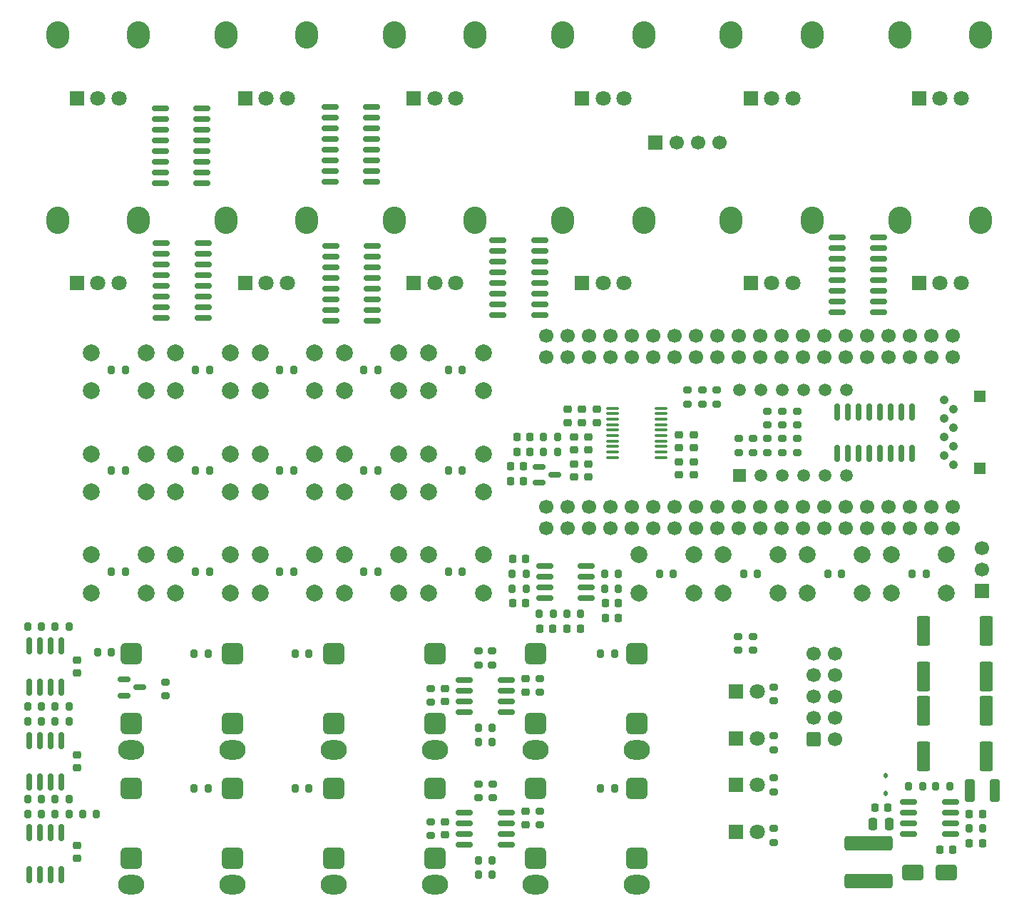
<source format=gbr>
%TF.GenerationSoftware,KiCad,Pcbnew,9.0.1*%
%TF.CreationDate,2025-08-04T13:54:25+01:00*%
%TF.ProjectId,dk2_06,646b325f-3036-42e6-9b69-6361645f7063,rev?*%
%TF.SameCoordinates,Original*%
%TF.FileFunction,Soldermask,Bot*%
%TF.FilePolarity,Negative*%
%FSLAX46Y46*%
G04 Gerber Fmt 4.6, Leading zero omitted, Abs format (unit mm)*
G04 Created by KiCad (PCBNEW 9.0.1) date 2025-08-04 13:54:25*
%MOMM*%
%LPD*%
G01*
G04 APERTURE LIST*
G04 Aperture macros list*
%AMRoundRect*
0 Rectangle with rounded corners*
0 $1 Rounding radius*
0 $2 $3 $4 $5 $6 $7 $8 $9 X,Y pos of 4 corners*
0 Add a 4 corners polygon primitive as box body*
4,1,4,$2,$3,$4,$5,$6,$7,$8,$9,$2,$3,0*
0 Add four circle primitives for the rounded corners*
1,1,$1+$1,$2,$3*
1,1,$1+$1,$4,$5*
1,1,$1+$1,$6,$7*
1,1,$1+$1,$8,$9*
0 Add four rect primitives between the rounded corners*
20,1,$1+$1,$2,$3,$4,$5,0*
20,1,$1+$1,$4,$5,$6,$7,0*
20,1,$1+$1,$6,$7,$8,$9,0*
20,1,$1+$1,$8,$9,$2,$3,0*%
G04 Aperture macros list end*
%ADD10C,2.000000*%
%ADD11O,3.100000X2.300000*%
%ADD12RoundRect,0.650000X-0.650000X-0.650000X0.650000X-0.650000X0.650000X0.650000X-0.650000X0.650000X0*%
%ADD13R,1.500000X1.500000*%
%ADD14C,1.500000*%
%ADD15C,1.050000*%
%ADD16R,1.350000X1.350000*%
%ADD17R,1.800000X1.800000*%
%ADD18C,1.800000*%
%ADD19RoundRect,0.200000X0.200000X0.275000X-0.200000X0.275000X-0.200000X-0.275000X0.200000X-0.275000X0*%
%ADD20RoundRect,0.150000X-0.587500X-0.150000X0.587500X-0.150000X0.587500X0.150000X-0.587500X0.150000X0*%
%ADD21RoundRect,0.225000X0.250000X-0.225000X0.250000X0.225000X-0.250000X0.225000X-0.250000X-0.225000X0*%
%ADD22RoundRect,0.225000X0.225000X0.250000X-0.225000X0.250000X-0.225000X-0.250000X0.225000X-0.250000X0*%
%ADD23RoundRect,0.200000X-0.200000X-0.275000X0.200000X-0.275000X0.200000X0.275000X-0.200000X0.275000X0*%
%ADD24RoundRect,0.200000X-0.275000X0.200000X-0.275000X-0.200000X0.275000X-0.200000X0.275000X0.200000X0*%
%ADD25RoundRect,0.250000X-0.550000X1.500000X-0.550000X-1.500000X0.550000X-1.500000X0.550000X1.500000X0*%
%ADD26RoundRect,0.150000X-0.150000X0.825000X-0.150000X-0.825000X0.150000X-0.825000X0.150000X0.825000X0*%
%ADD27RoundRect,0.225000X-0.225000X-0.250000X0.225000X-0.250000X0.225000X0.250000X-0.225000X0.250000X0*%
%ADD28RoundRect,0.200000X0.275000X-0.200000X0.275000X0.200000X-0.275000X0.200000X-0.275000X-0.200000X0*%
%ADD29RoundRect,0.225000X-0.250000X0.225000X-0.250000X-0.225000X0.250000X-0.225000X0.250000X0.225000X0*%
%ADD30RoundRect,0.250000X-0.325000X-1.100000X0.325000X-1.100000X0.325000X1.100000X-0.325000X1.100000X0*%
%ADD31RoundRect,0.150000X0.825000X0.150000X-0.825000X0.150000X-0.825000X-0.150000X0.825000X-0.150000X0*%
%ADD32RoundRect,0.250000X0.550000X-1.500000X0.550000X1.500000X-0.550000X1.500000X-0.550000X-1.500000X0*%
%ADD33RoundRect,0.100000X-0.637500X-0.100000X0.637500X-0.100000X0.637500X0.100000X-0.637500X0.100000X0*%
%ADD34RoundRect,0.112500X0.112500X-0.187500X0.112500X0.187500X-0.112500X0.187500X-0.112500X-0.187500X0*%
%ADD35RoundRect,0.150000X0.150000X-0.825000X0.150000X0.825000X-0.150000X0.825000X-0.150000X-0.825000X0*%
%ADD36RoundRect,0.150000X-0.825000X-0.150000X0.825000X-0.150000X0.825000X0.150000X-0.825000X0.150000X0*%
%ADD37R,1.700000X1.700000*%
%ADD38C,1.700000*%
%ADD39RoundRect,0.250000X0.250000X0.475000X-0.250000X0.475000X-0.250000X-0.475000X0.250000X-0.475000X0*%
%ADD40RoundRect,0.250000X-0.600000X-0.600000X0.600000X-0.600000X0.600000X0.600000X-0.600000X0.600000X0*%
%ADD41RoundRect,0.250000X1.000000X0.650000X-1.000000X0.650000X-1.000000X-0.650000X1.000000X-0.650000X0*%
%ADD42RoundRect,0.250000X2.600000X-0.600000X2.600000X0.600000X-2.600000X0.600000X-2.600000X-0.600000X0*%
%ADD43O,2.720000X3.240000*%
G04 APERTURE END LIST*
D10*
%TO.C,SW10*%
X119250000Y-95250000D03*
X125750000Y-95250000D03*
X119250000Y-99750000D03*
X125750000Y-99750000D03*
%TD*%
%TO.C,SW8*%
X99250000Y-95250000D03*
X105750000Y-95250000D03*
X99250000Y-99750000D03*
X105750000Y-99750000D03*
%TD*%
D11*
%TO.C,J1*%
X96000000Y-130400000D03*
D12*
X96000000Y-119000000D03*
X96000000Y-127300000D03*
%TD*%
D11*
%TO.C,J12*%
X132000000Y-130400000D03*
D12*
X132000000Y-119000000D03*
X132000000Y-127300000D03*
%TD*%
D11*
%TO.C,J11*%
X120000000Y-130400000D03*
D12*
X120000000Y-119000000D03*
X120000000Y-127300000D03*
%TD*%
D10*
%TO.C,SW19*%
X174250000Y-107250000D03*
X180750000Y-107250000D03*
X174250000Y-111750000D03*
X180750000Y-111750000D03*
%TD*%
D11*
%TO.C,J9*%
X144000000Y-146400000D03*
D12*
X144000000Y-135000000D03*
X144000000Y-143300000D03*
%TD*%
D10*
%TO.C,SW3*%
X99250000Y-83250000D03*
X105750000Y-83250000D03*
X99250000Y-87750000D03*
X105750000Y-87750000D03*
%TD*%
D11*
%TO.C,J3*%
X84000000Y-130400000D03*
D12*
X84000000Y-119000000D03*
X84000000Y-127300000D03*
%TD*%
D10*
%TO.C,SW9*%
X109250000Y-95250000D03*
X115750000Y-95250000D03*
X109250000Y-99750000D03*
X115750000Y-99750000D03*
%TD*%
D11*
%TO.C,J13*%
X120000000Y-146400000D03*
D12*
X120000000Y-135000000D03*
X120000000Y-143300000D03*
%TD*%
D11*
%TO.C,J14*%
X132000000Y-146400000D03*
D12*
X132000000Y-135000000D03*
X132000000Y-143300000D03*
%TD*%
D10*
%TO.C,SW6*%
X79250000Y-95250000D03*
X85750000Y-95250000D03*
X79250000Y-99750000D03*
X85750000Y-99750000D03*
%TD*%
%TO.C,SW17*%
X154250000Y-107250000D03*
X160750000Y-107250000D03*
X154250000Y-111750000D03*
X160750000Y-111750000D03*
%TD*%
%TO.C,SW1*%
X79250000Y-83250000D03*
X85750000Y-83250000D03*
X79250000Y-87750000D03*
X85750000Y-87750000D03*
%TD*%
D13*
%TO.C,U3*%
X156150000Y-97810000D03*
D14*
X158690000Y-97810000D03*
X161230000Y-97810000D03*
X163770000Y-97810000D03*
X166310000Y-97810000D03*
X168850000Y-97810000D03*
X168850000Y-87650000D03*
X166310000Y-87650000D03*
X163770000Y-87650000D03*
X161230000Y-87650000D03*
X158690000Y-87650000D03*
X156150000Y-87650000D03*
%TD*%
D15*
%TO.C,J5*%
X181550000Y-96550000D03*
X180450000Y-95450000D03*
X181550000Y-94350000D03*
X180450000Y-93250000D03*
X181550000Y-92150000D03*
X180450000Y-91050000D03*
X181550000Y-89950000D03*
X180450000Y-88850000D03*
D16*
X184720000Y-97000000D03*
X184720000Y-88400000D03*
%TD*%
D17*
%TO.C,D3*%
X155725000Y-134600000D03*
D18*
X158265000Y-134600000D03*
%TD*%
D11*
%TO.C,J6*%
X96000000Y-146400000D03*
D12*
X96000000Y-135000000D03*
X96000000Y-143300000D03*
%TD*%
D10*
%TO.C,SW15*%
X119250000Y-107250000D03*
X125750000Y-107250000D03*
X119250000Y-111750000D03*
X125750000Y-111750000D03*
%TD*%
%TO.C,SW13*%
X99250000Y-107250000D03*
X105750000Y-107250000D03*
X99250000Y-111750000D03*
X105750000Y-111750000D03*
%TD*%
%TO.C,SW18*%
X164250000Y-107250000D03*
X170750000Y-107250000D03*
X164250000Y-111750000D03*
X170750000Y-111750000D03*
%TD*%
%TO.C,SW11*%
X79250000Y-107250000D03*
X85750000Y-107250000D03*
X79250000Y-111750000D03*
X85750000Y-111750000D03*
%TD*%
%TO.C,SW2*%
X89250000Y-83250000D03*
X95750000Y-83250000D03*
X89250000Y-87750000D03*
X95750000Y-87750000D03*
%TD*%
%TO.C,SW7*%
X89250000Y-95250000D03*
X95750000Y-95250000D03*
X89250000Y-99750000D03*
X95750000Y-99750000D03*
%TD*%
D17*
%TO.C,D2*%
X155725000Y-129050000D03*
D18*
X158265000Y-129050000D03*
%TD*%
D17*
%TO.C,D1*%
X155725000Y-123500000D03*
D18*
X158265000Y-123500000D03*
%TD*%
D11*
%TO.C,J4*%
X144000000Y-130400000D03*
D12*
X144000000Y-119000000D03*
X144000000Y-127300000D03*
%TD*%
D10*
%TO.C,SW12*%
X89250000Y-107250000D03*
X95750000Y-107250000D03*
X89250000Y-111750000D03*
X95750000Y-111750000D03*
%TD*%
D17*
%TO.C,D4*%
X155725000Y-140150000D03*
D18*
X158265000Y-140150000D03*
%TD*%
D10*
%TO.C,SW4*%
X109250000Y-83250000D03*
X115750000Y-83250000D03*
X109250000Y-87750000D03*
X115750000Y-87750000D03*
%TD*%
D11*
%TO.C,J7*%
X108000000Y-146400000D03*
D12*
X108000000Y-135000000D03*
X108000000Y-143300000D03*
%TD*%
D11*
%TO.C,J2*%
X108000000Y-130400000D03*
D12*
X108000000Y-119000000D03*
X108000000Y-127300000D03*
%TD*%
D10*
%TO.C,SW5*%
X119250000Y-83250000D03*
X125750000Y-83250000D03*
X119250000Y-87750000D03*
X125750000Y-87750000D03*
%TD*%
%TO.C,SW16*%
X144250000Y-107250000D03*
X150750000Y-107250000D03*
X144250000Y-111750000D03*
X150750000Y-111750000D03*
%TD*%
D11*
%TO.C,J8*%
X84000000Y-146400000D03*
D12*
X84000000Y-135000000D03*
X84000000Y-143300000D03*
%TD*%
D10*
%TO.C,SW14*%
X109250000Y-107250000D03*
X115750000Y-107250000D03*
X109250000Y-111750000D03*
X115750000Y-111750000D03*
%TD*%
D19*
%TO.C,R23*%
X83250000Y-109250000D03*
X81600000Y-109250000D03*
%TD*%
%TO.C,R27*%
X123250000Y-109250000D03*
X121600000Y-109250000D03*
%TD*%
D20*
%TO.C,U11*%
X132375000Y-98700000D03*
X132375000Y-96800000D03*
X134250000Y-97750000D03*
%TD*%
D21*
%TO.C,C31*%
X149000000Y-94525000D03*
X149000000Y-92975000D03*
%TD*%
D22*
%TO.C,C7*%
X181525000Y-142250000D03*
X179975000Y-142250000D03*
%TD*%
D23*
%TO.C,R29*%
X125175000Y-127750000D03*
X126825000Y-127750000D03*
%TD*%
%TO.C,R72*%
X71675000Y-136250000D03*
X73325000Y-136250000D03*
%TD*%
D24*
%TO.C,R1*%
X160250000Y-122925000D03*
X160250000Y-124575000D03*
%TD*%
D19*
%TO.C,R22*%
X123250000Y-97250000D03*
X121600000Y-97250000D03*
%TD*%
D21*
%TO.C,C36*%
X77500000Y-121275000D03*
X77500000Y-119725000D03*
%TD*%
D19*
%TO.C,R61*%
X134575000Y-93250000D03*
X132925000Y-93250000D03*
%TD*%
%TO.C,R17*%
X123250000Y-85250000D03*
X121600000Y-85250000D03*
%TD*%
D23*
%TO.C,R64*%
X74925000Y-125250000D03*
X76575000Y-125250000D03*
%TD*%
D19*
%TO.C,R18*%
X83250000Y-97250000D03*
X81600000Y-97250000D03*
%TD*%
D23*
%TO.C,R75*%
X91425000Y-135000000D03*
X93075000Y-135000000D03*
%TD*%
D25*
%TO.C,C14*%
X178000000Y-125800000D03*
X178000000Y-131200000D03*
%TD*%
D23*
%TO.C,R76*%
X78175000Y-138000000D03*
X79825000Y-138000000D03*
%TD*%
D22*
%TO.C,C8*%
X173775000Y-137250000D03*
X172225000Y-137250000D03*
%TD*%
D26*
%TO.C,U17*%
X71845000Y-140275000D03*
X73115000Y-140275000D03*
X74385000Y-140275000D03*
X75655000Y-140275000D03*
X75655000Y-145225000D03*
X74385000Y-145225000D03*
X73115000Y-145225000D03*
X71845000Y-145225000D03*
%TD*%
D23*
%TO.C,R65*%
X74925000Y-115750000D03*
X76575000Y-115750000D03*
%TD*%
D19*
%TO.C,R43*%
X158325000Y-109500000D03*
X156675000Y-109500000D03*
%TD*%
D27*
%TO.C,C10*%
X183475000Y-141500000D03*
X185025000Y-141500000D03*
%TD*%
D28*
%TO.C,R11*%
X157750000Y-95075000D03*
X157750000Y-93425000D03*
%TD*%
D29*
%TO.C,C27*%
X136500000Y-93225000D03*
X136500000Y-94775000D03*
%TD*%
D21*
%TO.C,C25*%
X135750000Y-91525000D03*
X135750000Y-89975000D03*
%TD*%
D19*
%TO.C,R35*%
X126825000Y-143500000D03*
X125175000Y-143500000D03*
%TD*%
D24*
%TO.C,R9*%
X163000000Y-90175000D03*
X163000000Y-91825000D03*
%TD*%
D22*
%TO.C,C5*%
X130525000Y-98500000D03*
X128975000Y-98500000D03*
%TD*%
D27*
%TO.C,C19*%
X140225000Y-114750000D03*
X141775000Y-114750000D03*
%TD*%
D28*
%TO.C,R5*%
X156090000Y-95075000D03*
X156090000Y-93425000D03*
%TD*%
D30*
%TO.C,C12*%
X183525000Y-135250000D03*
X186475000Y-135250000D03*
%TD*%
D19*
%TO.C,R26*%
X113250000Y-109250000D03*
X111600000Y-109250000D03*
%TD*%
%TO.C,R44*%
X168325000Y-109500000D03*
X166675000Y-109500000D03*
%TD*%
D31*
%TO.C,U6*%
X92375000Y-54255000D03*
X92375000Y-55525000D03*
X92375000Y-56795000D03*
X92375000Y-58065000D03*
X92375000Y-59335000D03*
X92375000Y-60605000D03*
X92375000Y-61875000D03*
X92375000Y-63145000D03*
X87425000Y-63145000D03*
X87425000Y-61875000D03*
X87425000Y-60605000D03*
X87425000Y-59335000D03*
X87425000Y-58065000D03*
X87425000Y-56795000D03*
X87425000Y-55525000D03*
X87425000Y-54255000D03*
%TD*%
D19*
%TO.C,R14*%
X93250000Y-85250000D03*
X91600000Y-85250000D03*
%TD*%
D24*
%TO.C,R8*%
X159500000Y-90175000D03*
X159500000Y-91825000D03*
%TD*%
D31*
%TO.C,U1*%
X172725000Y-69555000D03*
X172725000Y-70825000D03*
X172725000Y-72095000D03*
X172725000Y-73365000D03*
X172725000Y-74635000D03*
X172725000Y-75905000D03*
X172725000Y-77175000D03*
X172725000Y-78445000D03*
X167775000Y-78445000D03*
X167775000Y-77175000D03*
X167775000Y-75905000D03*
X167775000Y-74635000D03*
X167775000Y-73365000D03*
X167775000Y-72095000D03*
X167775000Y-70825000D03*
X167775000Y-69555000D03*
%TD*%
D22*
%TO.C,C35*%
X131275000Y-93250000D03*
X129725000Y-93250000D03*
%TD*%
D23*
%TO.C,R67*%
X71675000Y-115750000D03*
X73325000Y-115750000D03*
%TD*%
D24*
%TO.C,R30*%
X126800000Y-118675000D03*
X126800000Y-120325000D03*
%TD*%
D19*
%TO.C,R15*%
X103250000Y-85250000D03*
X101600000Y-85250000D03*
%TD*%
D24*
%TO.C,R36*%
X126850000Y-134475000D03*
X126850000Y-136125000D03*
%TD*%
D19*
%TO.C,R21*%
X113250000Y-97250000D03*
X111600000Y-97250000D03*
%TD*%
D32*
%TO.C,C16*%
X178000000Y-121700000D03*
X178000000Y-116300000D03*
%TD*%
D19*
%TO.C,R20*%
X103250000Y-97250000D03*
X101600000Y-97250000D03*
%TD*%
D28*
%TO.C,R10*%
X161250000Y-95075000D03*
X161250000Y-93425000D03*
%TD*%
D19*
%TO.C,R13*%
X83250000Y-85250000D03*
X81600000Y-85250000D03*
%TD*%
D26*
%TO.C,U15*%
X71845000Y-118025000D03*
X73115000Y-118025000D03*
X74385000Y-118025000D03*
X75655000Y-118025000D03*
X75655000Y-122975000D03*
X74385000Y-122975000D03*
X73115000Y-122975000D03*
X71845000Y-122975000D03*
%TD*%
D22*
%TO.C,C22*%
X137275000Y-116000000D03*
X135725000Y-116000000D03*
%TD*%
D21*
%TO.C,C38*%
X77500000Y-143275000D03*
X77500000Y-141725000D03*
%TD*%
D24*
%TO.C,R4*%
X160250000Y-139750000D03*
X160250000Y-141400000D03*
%TD*%
D33*
%TO.C,U14*%
X141137500Y-95675000D03*
X141137500Y-95025000D03*
X141137500Y-94375000D03*
X141137500Y-93725000D03*
X141137500Y-93075000D03*
X141137500Y-92425000D03*
X141137500Y-91775000D03*
X141137500Y-91125000D03*
X141137500Y-90475000D03*
X141137500Y-89825000D03*
X146862500Y-89825000D03*
X146862500Y-90475000D03*
X146862500Y-91125000D03*
X146862500Y-91775000D03*
X146862500Y-92425000D03*
X146862500Y-93075000D03*
X146862500Y-93725000D03*
X146862500Y-94375000D03*
X146862500Y-95025000D03*
X146862500Y-95675000D03*
%TD*%
D19*
%TO.C,R51*%
X130825000Y-111250000D03*
X129175000Y-111250000D03*
%TD*%
D23*
%TO.C,R68*%
X103425000Y-119000000D03*
X105075000Y-119000000D03*
%TD*%
D21*
%TO.C,C28*%
X149000000Y-97775000D03*
X149000000Y-96225000D03*
%TD*%
D28*
%TO.C,R59*%
X150000000Y-89325000D03*
X150000000Y-87675000D03*
%TD*%
D21*
%TO.C,C23*%
X139250000Y-91525000D03*
X139250000Y-89975000D03*
%TD*%
%TO.C,C26*%
X138250000Y-94775000D03*
X138250000Y-93225000D03*
%TD*%
D28*
%TO.C,R7*%
X159500000Y-95075000D03*
X159500000Y-93425000D03*
%TD*%
D21*
%TO.C,C4*%
X121250000Y-140525000D03*
X121250000Y-138975000D03*
%TD*%
D19*
%TO.C,R16*%
X113250000Y-85250000D03*
X111600000Y-85250000D03*
%TD*%
D27*
%TO.C,C11*%
X183475000Y-138000000D03*
X185025000Y-138000000D03*
%TD*%
D23*
%TO.C,R46*%
X183425000Y-139750000D03*
X185075000Y-139750000D03*
%TD*%
D19*
%TO.C,R60*%
X134575000Y-95000000D03*
X132925000Y-95000000D03*
%TD*%
D28*
%TO.C,R6*%
X163000000Y-95075000D03*
X163000000Y-93425000D03*
%TD*%
D23*
%TO.C,R78*%
X71675000Y-138000000D03*
X73325000Y-138000000D03*
%TD*%
D34*
%TO.C,D6*%
X173500000Y-135550000D03*
X173500000Y-133450000D03*
%TD*%
D23*
%TO.C,R69*%
X91425000Y-119000000D03*
X93075000Y-119000000D03*
%TD*%
D22*
%TO.C,C21*%
X134025000Y-116000000D03*
X132475000Y-116000000D03*
%TD*%
D21*
%TO.C,C24*%
X137500000Y-91525000D03*
X137500000Y-89975000D03*
%TD*%
D19*
%TO.C,R53*%
X134075000Y-114250000D03*
X132425000Y-114250000D03*
%TD*%
D35*
%TO.C,U2*%
X176695000Y-95225000D03*
X175425000Y-95225000D03*
X174155000Y-95225000D03*
X172885000Y-95225000D03*
X171615000Y-95225000D03*
X170345000Y-95225000D03*
X169075000Y-95225000D03*
X167805000Y-95225000D03*
X167805000Y-90275000D03*
X169075000Y-90275000D03*
X170345000Y-90275000D03*
X171615000Y-90275000D03*
X172885000Y-90275000D03*
X174155000Y-90275000D03*
X175425000Y-90275000D03*
X176695000Y-90275000D03*
%TD*%
D21*
%TO.C,C29*%
X150750000Y-94525000D03*
X150750000Y-92975000D03*
%TD*%
D27*
%TO.C,C17*%
X129225000Y-113000000D03*
X130775000Y-113000000D03*
%TD*%
D28*
%TO.C,R42*%
X156050000Y-118575000D03*
X156050000Y-116925000D03*
%TD*%
D31*
%TO.C,U9*%
X112500000Y-54080000D03*
X112500000Y-55350000D03*
X112500000Y-56620000D03*
X112500000Y-57890000D03*
X112500000Y-59160000D03*
X112500000Y-60430000D03*
X112500000Y-61700000D03*
X112500000Y-62970000D03*
X107550000Y-62970000D03*
X107550000Y-61700000D03*
X107550000Y-60430000D03*
X107550000Y-59160000D03*
X107550000Y-57890000D03*
X107550000Y-56620000D03*
X107550000Y-55350000D03*
X107550000Y-54080000D03*
%TD*%
D21*
%TO.C,C2*%
X121250000Y-124695000D03*
X121250000Y-123145000D03*
%TD*%
D36*
%TO.C,U13*%
X133025000Y-112405000D03*
X133025000Y-111135000D03*
X133025000Y-109865000D03*
X133025000Y-108595000D03*
X137975000Y-108595000D03*
X137975000Y-109865000D03*
X137975000Y-111135000D03*
X137975000Y-112405000D03*
%TD*%
D23*
%TO.C,R56*%
X139675000Y-135000000D03*
X141325000Y-135000000D03*
%TD*%
D24*
%TO.C,R2*%
X160250000Y-128750000D03*
X160250000Y-130400000D03*
%TD*%
D37*
%TO.C,J10*%
X185000000Y-111540000D03*
D38*
X185000000Y-109000000D03*
X185000000Y-106460000D03*
%TD*%
D23*
%TO.C,R77*%
X74925000Y-138000000D03*
X76575000Y-138000000D03*
%TD*%
D20*
%TO.C,Q1*%
X83125000Y-123950000D03*
X83125000Y-122050000D03*
X85000000Y-123000000D03*
%TD*%
D23*
%TO.C,R52*%
X140175000Y-111250000D03*
X141825000Y-111250000D03*
%TD*%
D22*
%TO.C,C33*%
X131275000Y-95000000D03*
X129725000Y-95000000D03*
%TD*%
D32*
%TO.C,C15*%
X185500000Y-121700000D03*
X185500000Y-116300000D03*
%TD*%
D24*
%TO.C,R12*%
X161250000Y-90175000D03*
X161250000Y-91825000D03*
%TD*%
D39*
%TO.C,C6*%
X173950000Y-139250000D03*
X172050000Y-139250000D03*
%TD*%
D21*
%TO.C,C32*%
X138250000Y-98025000D03*
X138250000Y-96475000D03*
%TD*%
D40*
%TO.C,J16*%
X165000000Y-129180000D03*
D38*
X167540000Y-129180000D03*
X165000000Y-126640000D03*
X167540000Y-126640000D03*
X165000000Y-124100000D03*
X167540000Y-124100000D03*
X165000000Y-121560000D03*
X167540000Y-121560000D03*
X165000000Y-119020000D03*
X167540000Y-119020000D03*
%TD*%
D31*
%TO.C,U5*%
X112575000Y-70555000D03*
X112575000Y-71825000D03*
X112575000Y-73095000D03*
X112575000Y-74365000D03*
X112575000Y-75635000D03*
X112575000Y-76905000D03*
X112575000Y-78175000D03*
X112575000Y-79445000D03*
X107625000Y-79445000D03*
X107625000Y-78175000D03*
X107625000Y-76905000D03*
X107625000Y-75635000D03*
X107625000Y-74365000D03*
X107625000Y-73095000D03*
X107625000Y-71825000D03*
X107625000Y-70555000D03*
%TD*%
D21*
%TO.C,C1*%
X130750000Y-123525000D03*
X130750000Y-121975000D03*
%TD*%
D25*
%TO.C,C13*%
X185500000Y-125800000D03*
X185500000Y-131200000D03*
%TD*%
D19*
%TO.C,R28*%
X148325000Y-109500000D03*
X146675000Y-109500000D03*
%TD*%
D28*
%TO.C,R34*%
X119500000Y-124745000D03*
X119500000Y-123095000D03*
%TD*%
%TO.C,R33*%
X132500000Y-123575000D03*
X132500000Y-121925000D03*
%TD*%
D36*
%TO.C,U12*%
X176275000Y-140405000D03*
X176275000Y-139135000D03*
X176275000Y-137865000D03*
X176275000Y-136595000D03*
X181225000Y-136595000D03*
X181225000Y-137865000D03*
X181225000Y-139135000D03*
X181225000Y-140405000D03*
%TD*%
D41*
%TO.C,D5*%
X180750000Y-145000000D03*
X176750000Y-145000000D03*
%TD*%
D24*
%TO.C,R58*%
X153500000Y-87675000D03*
X153500000Y-89325000D03*
%TD*%
D22*
%TO.C,C18*%
X141775000Y-113000000D03*
X140225000Y-113000000D03*
%TD*%
D23*
%TO.C,R66*%
X71675000Y-125250000D03*
X73325000Y-125250000D03*
%TD*%
D31*
%TO.C,U10*%
X132450000Y-69880000D03*
X132450000Y-71150000D03*
X132450000Y-72420000D03*
X132450000Y-73690000D03*
X132450000Y-74960000D03*
X132450000Y-76230000D03*
X132450000Y-77500000D03*
X132450000Y-78770000D03*
X127500000Y-78770000D03*
X127500000Y-77500000D03*
X127500000Y-76230000D03*
X127500000Y-74960000D03*
X127500000Y-73690000D03*
X127500000Y-72420000D03*
X127500000Y-71150000D03*
X127500000Y-69880000D03*
%TD*%
D22*
%TO.C,C9*%
X130525000Y-96750000D03*
X128975000Y-96750000D03*
%TD*%
D19*
%TO.C,R62*%
X81625000Y-118800000D03*
X79975000Y-118800000D03*
%TD*%
D27*
%TO.C,C20*%
X129225000Y-107750000D03*
X130775000Y-107750000D03*
%TD*%
D23*
%TO.C,R49*%
X129175000Y-109500000D03*
X130825000Y-109500000D03*
%TD*%
D31*
%TO.C,U7*%
X128475000Y-122095000D03*
X128475000Y-123365000D03*
X128475000Y-124635000D03*
X128475000Y-125905000D03*
X123525000Y-125905000D03*
X123525000Y-124635000D03*
X123525000Y-123365000D03*
X123525000Y-122095000D03*
%TD*%
D21*
%TO.C,C3*%
X130750000Y-139275000D03*
X130750000Y-137725000D03*
%TD*%
D28*
%TO.C,R41*%
X157750000Y-118575000D03*
X157750000Y-116925000D03*
%TD*%
D23*
%TO.C,R48*%
X179500000Y-134750000D03*
X181150000Y-134750000D03*
%TD*%
D21*
%TO.C,C37*%
X77500000Y-132525000D03*
X77500000Y-130975000D03*
%TD*%
D24*
%TO.C,R57*%
X151750000Y-87675000D03*
X151750000Y-89325000D03*
%TD*%
D19*
%TO.C,R25*%
X103250000Y-109250000D03*
X101600000Y-109250000D03*
%TD*%
D23*
%TO.C,R74*%
X103425000Y-135000000D03*
X105075000Y-135000000D03*
%TD*%
%TO.C,R50*%
X140175000Y-109500000D03*
X141825000Y-109500000D03*
%TD*%
D21*
%TO.C,C34*%
X136500000Y-98025000D03*
X136500000Y-96475000D03*
%TD*%
D23*
%TO.C,R47*%
X176250000Y-134750000D03*
X177900000Y-134750000D03*
%TD*%
%TO.C,R70*%
X74925000Y-136250000D03*
X76575000Y-136250000D03*
%TD*%
D31*
%TO.C,U8*%
X128475000Y-137845000D03*
X128475000Y-139115000D03*
X128475000Y-140385000D03*
X128475000Y-141655000D03*
X123525000Y-141655000D03*
X123525000Y-140385000D03*
X123525000Y-139115000D03*
X123525000Y-137845000D03*
%TD*%
D37*
%TO.C,J15*%
X146190000Y-58250000D03*
D38*
X148730000Y-58250000D03*
X151270000Y-58250000D03*
X153810000Y-58250000D03*
%TD*%
D23*
%TO.C,R31*%
X125175000Y-129500000D03*
X126825000Y-129500000D03*
%TD*%
D28*
%TO.C,R39*%
X132500000Y-139325000D03*
X132500000Y-137675000D03*
%TD*%
D24*
%TO.C,R32*%
X125200000Y-118675000D03*
X125200000Y-120325000D03*
%TD*%
D19*
%TO.C,R45*%
X178325000Y-109500000D03*
X176675000Y-109500000D03*
%TD*%
D24*
%TO.C,R3*%
X160250000Y-133750000D03*
X160250000Y-135400000D03*
%TD*%
D23*
%TO.C,R55*%
X139675000Y-119000000D03*
X141325000Y-119000000D03*
%TD*%
D19*
%TO.C,R54*%
X137325000Y-114250000D03*
X135675000Y-114250000D03*
%TD*%
D21*
%TO.C,C30*%
X150750000Y-97775000D03*
X150750000Y-96225000D03*
%TD*%
D19*
%TO.C,R37*%
X126825000Y-145250000D03*
X125175000Y-145250000D03*
%TD*%
D24*
%TO.C,R38*%
X125200000Y-134475000D03*
X125200000Y-136125000D03*
%TD*%
D28*
%TO.C,R40*%
X119500000Y-140575000D03*
X119500000Y-138925000D03*
%TD*%
D38*
%TO.C,A1*%
X181490000Y-104070000D03*
X181490000Y-101530000D03*
X178950000Y-104070000D03*
X178950000Y-101530000D03*
X176410000Y-104070000D03*
X176410000Y-101530000D03*
X173870000Y-104070000D03*
X173870000Y-101530000D03*
X171330000Y-104070000D03*
X171330000Y-101530000D03*
X168790000Y-104070000D03*
X168790000Y-101530000D03*
X166250000Y-104070000D03*
X166250000Y-101530000D03*
X163710000Y-104070000D03*
X163710000Y-101530000D03*
X161170000Y-104070000D03*
X161170000Y-101530000D03*
X158630000Y-104070000D03*
X158630000Y-101530000D03*
X156090000Y-104070000D03*
X156090000Y-101530000D03*
X153550000Y-104070000D03*
X153550000Y-101530000D03*
X151010000Y-104070000D03*
X151010000Y-101530000D03*
X148470000Y-104070000D03*
X148470000Y-101530000D03*
X145930000Y-104070000D03*
X145930000Y-101530000D03*
X143390000Y-104070000D03*
X143390000Y-101530000D03*
X140850000Y-104070000D03*
X140850000Y-101530000D03*
X138310000Y-104070000D03*
X138310000Y-101530000D03*
X135770000Y-104070000D03*
X135770000Y-101530000D03*
X133230000Y-104070000D03*
X133230000Y-101530000D03*
X133230000Y-83750000D03*
X133230000Y-81210000D03*
X135770000Y-83750000D03*
X135770000Y-81210000D03*
X138310000Y-83750000D03*
X138310000Y-81210000D03*
X140850000Y-83750000D03*
X140850000Y-81210000D03*
X143390000Y-83750000D03*
X143390000Y-81210000D03*
X145930000Y-83750000D03*
X145930000Y-81210000D03*
X148470000Y-83750000D03*
X148470000Y-81210000D03*
X151010000Y-83750000D03*
X151010000Y-81210000D03*
X153550000Y-83750000D03*
X153550000Y-81210000D03*
X156090000Y-83750000D03*
X156090000Y-81210000D03*
X158630000Y-83750000D03*
X158630000Y-81210000D03*
X161170000Y-83750000D03*
X161170000Y-81210000D03*
X163710000Y-83750000D03*
X163710000Y-81210000D03*
X166250000Y-83750000D03*
X166250000Y-81210000D03*
X168790000Y-83750000D03*
X168790000Y-81210000D03*
X171330000Y-83750000D03*
X171330000Y-81210000D03*
X173870000Y-83750000D03*
X173870000Y-81210000D03*
X176410000Y-83750000D03*
X176410000Y-81210000D03*
X178950000Y-83750000D03*
X178950000Y-81210000D03*
X181490000Y-83750000D03*
X181490000Y-81210000D03*
%TD*%
D23*
%TO.C,R71*%
X74925000Y-127000000D03*
X76575000Y-127000000D03*
%TD*%
D19*
%TO.C,R19*%
X93250000Y-97250000D03*
X91600000Y-97250000D03*
%TD*%
%TO.C,R24*%
X93250000Y-109250000D03*
X91600000Y-109250000D03*
%TD*%
D26*
%TO.C,U16*%
X71845000Y-129275000D03*
X73115000Y-129275000D03*
X74385000Y-129275000D03*
X75655000Y-129275000D03*
X75655000Y-134225000D03*
X74385000Y-134225000D03*
X73115000Y-134225000D03*
X71845000Y-134225000D03*
%TD*%
D23*
%TO.C,R73*%
X71675000Y-127000000D03*
X73325000Y-127000000D03*
%TD*%
D31*
%TO.C,U4*%
X92475000Y-70255000D03*
X92475000Y-71525000D03*
X92475000Y-72795000D03*
X92475000Y-74065000D03*
X92475000Y-75335000D03*
X92475000Y-76605000D03*
X92475000Y-77875000D03*
X92475000Y-79145000D03*
X87525000Y-79145000D03*
X87525000Y-77875000D03*
X87525000Y-76605000D03*
X87525000Y-75335000D03*
X87525000Y-74065000D03*
X87525000Y-72795000D03*
X87525000Y-71525000D03*
X87525000Y-70255000D03*
%TD*%
D28*
%TO.C,R63*%
X88000000Y-124000000D03*
X88000000Y-122350000D03*
%TD*%
D42*
%TO.C,L1*%
X171500000Y-146000000D03*
X171500000Y-141500000D03*
%TD*%
D43*
%TO.C,RV1*%
X75200000Y-45500000D03*
X84800000Y-45500000D03*
D17*
X77500000Y-53000000D03*
D18*
X80000000Y-53000000D03*
X82500000Y-53000000D03*
%TD*%
D43*
%TO.C,RV2*%
X95200000Y-45500000D03*
X104800000Y-45500000D03*
D17*
X97500000Y-53000000D03*
D18*
X100000000Y-53000000D03*
X102500000Y-53000000D03*
%TD*%
D43*
%TO.C,RV3*%
X115200000Y-45500000D03*
X124800000Y-45500000D03*
D17*
X117500000Y-53000000D03*
D18*
X120000000Y-53000000D03*
X122500000Y-53000000D03*
%TD*%
D43*
%TO.C,RV4*%
X135200000Y-45500000D03*
X144800000Y-45500000D03*
D17*
X137500000Y-53000000D03*
D18*
X140000000Y-53000000D03*
X142500000Y-53000000D03*
%TD*%
D43*
%TO.C,RV5*%
X75200000Y-67500000D03*
X84800000Y-67500000D03*
D17*
X77500000Y-75000000D03*
D18*
X80000000Y-75000000D03*
X82500000Y-75000000D03*
%TD*%
D43*
%TO.C,RV6*%
X95200000Y-67500000D03*
X104800000Y-67500000D03*
D17*
X97500000Y-75000000D03*
D18*
X100000000Y-75000000D03*
X102500000Y-75000000D03*
%TD*%
D43*
%TO.C,RV7*%
X115200000Y-67500000D03*
X124800000Y-67500000D03*
D17*
X117500000Y-75000000D03*
D18*
X120000000Y-75000000D03*
X122500000Y-75000000D03*
%TD*%
D43*
%TO.C,RV8*%
X135200000Y-67500000D03*
X144800000Y-67500000D03*
D17*
X137500000Y-75000000D03*
D18*
X140000000Y-75000000D03*
X142500000Y-75000000D03*
%TD*%
D43*
%TO.C,RV9*%
X155200000Y-45500000D03*
X164800000Y-45500000D03*
D17*
X157500000Y-53000000D03*
D18*
X160000000Y-53000000D03*
X162500000Y-53000000D03*
%TD*%
D43*
%TO.C,RV10*%
X175200000Y-45500000D03*
X184800000Y-45500000D03*
D17*
X177500000Y-53000000D03*
D18*
X180000000Y-53000000D03*
X182500000Y-53000000D03*
%TD*%
D43*
%TO.C,RV11*%
X155200000Y-67500000D03*
X164800000Y-67500000D03*
D17*
X157500000Y-75000000D03*
D18*
X160000000Y-75000000D03*
X162500000Y-75000000D03*
%TD*%
D43*
%TO.C,RV12*%
X175200000Y-67500000D03*
X184800000Y-67500000D03*
D17*
X177500000Y-75000000D03*
D18*
X180000000Y-75000000D03*
X182500000Y-75000000D03*
%TD*%
M02*

</source>
